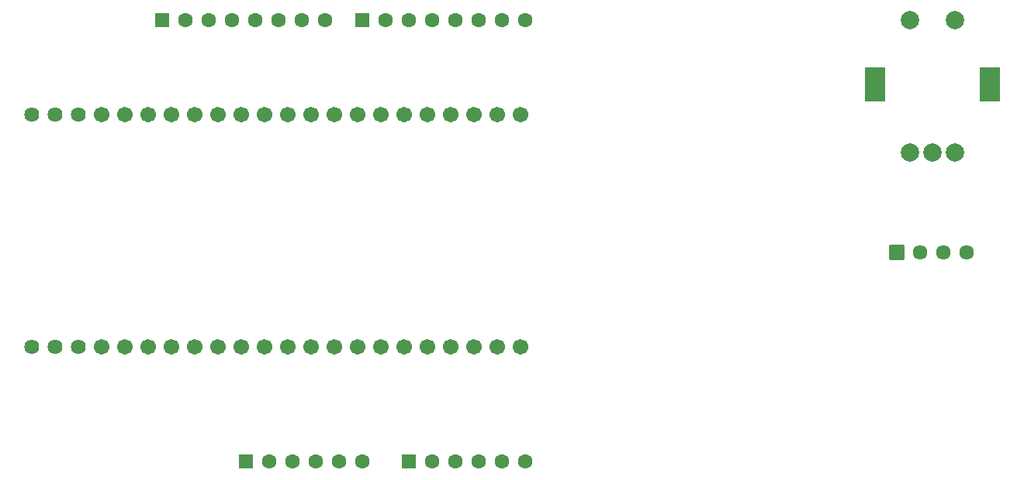
<source format=gbs>
G04 Layer: BottomSolderMaskLayer*
G04 EasyEDA v6.5.44, 2024-08-14 14:30:52*
G04 080bb0d1436b4706b040d70de8f1a738,10*
G04 Gerber Generator version 0.2*
G04 Scale: 100 percent, Rotated: No, Reflected: No *
G04 Dimensions in millimeters *
G04 leading zeros omitted , absolute positions ,4 integer and 5 decimal *
%FSLAX45Y45*%
%MOMM*%

%AMMACRO1*4,1,8,-0.7751,-0.8048,-0.8048,-0.7748,-0.8048,0.7751,-0.7751,0.8048,0.7748,0.8048,0.8048,0.7751,0.8048,-0.7748,0.7748,-0.8048,-0.7751,-0.8048,0*%
%AMMACRO2*4,1,8,-0.7711,-0.8009,-0.8009,-0.7709,-0.8009,0.7711,-0.7711,0.8009,0.7709,0.8009,0.8009,0.7711,0.8009,-0.7709,0.7709,-0.8009,-0.7711,-0.8009,0*%
%AMMACRO3*4,1,8,-1.0417,-1.9012,-1.1011,-1.8415,-1.1011,1.8418,-1.0417,1.9012,1.0414,1.9012,1.1011,1.8418,1.1011,-1.8415,1.0414,-1.9012,-1.0417,-1.9012,0*%
%ADD10MACRO1*%
%ADD11C,1.6096*%
%ADD12MACRO2*%
%ADD13C,1.6016*%
%ADD14C,2.0041*%
%ADD15MACRO3*%
%ADD16C,1.7016*%
%ADD17C,1.6256*%

%LPD*%
D10*
G01*
X10668012Y10045687D03*
D11*
G01*
X10922000Y10045700D03*
G01*
X11176000Y10045700D03*
G01*
X11430000Y10045700D03*
D12*
G01*
X2654300Y12588798D03*
D13*
G01*
X2908300Y12588798D03*
G01*
X3162300Y12588798D03*
G01*
X3416300Y12588798D03*
G01*
X3670300Y12588798D03*
G01*
X3924300Y12588798D03*
G01*
X4178300Y12588798D03*
G01*
X4432300Y12588798D03*
D12*
G01*
X4838700Y12588798D03*
D13*
G01*
X5092700Y12588798D03*
G01*
X5346700Y12588798D03*
G01*
X5600700Y12588798D03*
G01*
X5854700Y12588798D03*
G01*
X6108700Y12588798D03*
G01*
X6362700Y12588798D03*
G01*
X6616700Y12588798D03*
G01*
X6616700Y7762798D03*
G01*
X6362700Y7762798D03*
G01*
X6108700Y7762798D03*
G01*
X5854700Y7762798D03*
G01*
X5600700Y7762798D03*
D12*
G01*
X5346700Y7762798D03*
D13*
G01*
X4838700Y7762798D03*
G01*
X4584700Y7762798D03*
G01*
X4330700Y7762798D03*
G01*
X4076700Y7762798D03*
G01*
X3822700Y7762798D03*
D12*
G01*
X3568700Y7762798D03*
D14*
G01*
X10812779Y11136629D03*
G01*
X11061700Y11136629D03*
G01*
X11310620Y11136629D03*
G01*
X11310620Y12586970D03*
G01*
X10812779Y12586970D03*
D15*
G01*
X10436707Y11885930D03*
G01*
X11686692Y11885930D03*
D16*
G01*
X6565894Y9017002D03*
G01*
X6311894Y9017002D03*
G01*
X6057894Y9017002D03*
G01*
X5803894Y9017002D03*
G01*
X5549894Y9017002D03*
G01*
X5295894Y9017002D03*
G01*
X5041894Y9017002D03*
G01*
X4787894Y9017002D03*
G01*
X4533894Y9017002D03*
G01*
X4279894Y9017002D03*
G01*
X4025894Y9017002D03*
G01*
X3771894Y9017002D03*
G01*
X3517894Y9017002D03*
G01*
X3263894Y9017002D03*
G01*
X3009894Y9017002D03*
G01*
X2755894Y9017002D03*
G01*
X2501894Y9017002D03*
G01*
X2247894Y9017002D03*
G01*
X1993920Y9017002D03*
G01*
X6565666Y11557002D03*
G01*
X6311894Y11557002D03*
G01*
X6057894Y11557002D03*
G01*
X5803894Y11557002D03*
G01*
X5549894Y11557002D03*
G01*
X5295894Y11557002D03*
G01*
X5041894Y11557002D03*
G01*
X4787894Y11557002D03*
G01*
X4533894Y11557002D03*
G01*
X4279894Y11557002D03*
G01*
X4025894Y11557002D03*
G01*
X3771894Y11557002D03*
G01*
X3517894Y11557002D03*
G01*
X3263894Y11557002D03*
G01*
X3009894Y11557002D03*
G01*
X2755894Y11557002D03*
G01*
X2501894Y11557002D03*
G01*
X2247894Y11557002D03*
G01*
X1993920Y11557002D03*
D17*
G01*
X1739920Y11557002D03*
G01*
X1485920Y11557002D03*
G01*
X1231920Y11557002D03*
G01*
X1739920Y9017002D03*
G01*
X1485920Y9017002D03*
G01*
X1231920Y9017002D03*
M02*

</source>
